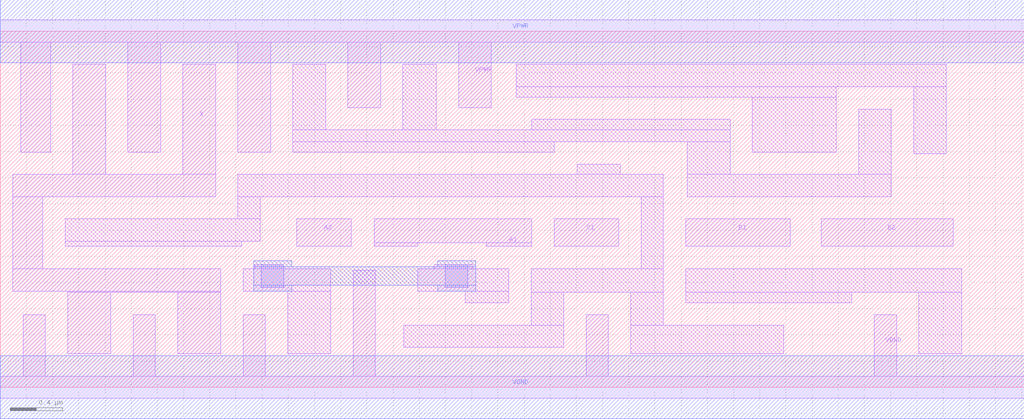
<source format=lef>
# Copyright 2020 The SkyWater PDK Authors
#
# Licensed under the Apache License, Version 2.0 (the "License");
# you may not use this file except in compliance with the License.
# You may obtain a copy of the License at
#
#     https://www.apache.org/licenses/LICENSE-2.0
#
# Unless required by applicable law or agreed to in writing, software
# distributed under the License is distributed on an "AS IS" BASIS,
# WITHOUT WARRANTIES OR CONDITIONS OF ANY KIND, either express or implied.
# See the License for the specific language governing permissions and
# limitations under the License.
#
# SPDX-License-Identifier: Apache-2.0

VERSION 5.5 ;
NAMESCASESENSITIVE ON ;
BUSBITCHARS "[]" ;
DIVIDERCHAR "/" ;
MACRO sky130_fd_sc_hd__a221o_4
  CLASS CORE ;
  SOURCE USER ;
  ORIGIN  0.000000  0.000000 ;
  SIZE  7.820000 BY  2.720000 ;
  SYMMETRY X Y R90 ;
  SITE unithd ;
  PIN A1
    ANTENNAGATEAREA  0.495000 ;
    DIRECTION INPUT ;
    USE SIGNAL ;
    PORT
      LAYER li1 ;
        RECT 2.855000 1.075000 3.190000 1.105000 ;
        RECT 2.855000 1.105000 4.060000 1.285000 ;
        RECT 3.710000 1.075000 4.060000 1.105000 ;
    END
  END A1
  PIN A2
    ANTENNAGATEAREA  0.495000 ;
    DIRECTION INPUT ;
    USE SIGNAL ;
    PORT
      LAYER li1 ;
        RECT 2.265000 1.075000 2.680000 1.285000 ;
    END
  END A2
  PIN B1
    ANTENNAGATEAREA  0.495000 ;
    DIRECTION INPUT ;
    USE SIGNAL ;
    PORT
      LAYER li1 ;
        RECT 5.235000 1.075000 6.035000 1.285000 ;
    END
  END B1
  PIN B2
    ANTENNAGATEAREA  0.495000 ;
    DIRECTION INPUT ;
    USE SIGNAL ;
    PORT
      LAYER li1 ;
        RECT 6.270000 1.075000 7.280000 1.285000 ;
    END
  END B2
  PIN C1
    ANTENNAGATEAREA  0.495000 ;
    DIRECTION INPUT ;
    USE SIGNAL ;
    PORT
      LAYER li1 ;
        RECT 4.230000 1.075000 4.725000 1.285000 ;
    END
  END C1
  PIN X
    ANTENNADIFFAREA  0.891000 ;
    DIRECTION OUTPUT ;
    USE SIGNAL ;
    PORT
      LAYER li1 ;
        RECT 0.095000 0.735000 1.685000 0.905000 ;
        RECT 0.095000 0.905000 0.325000 1.455000 ;
        RECT 0.095000 1.455000 1.645000 1.625000 ;
        RECT 0.515000 0.255000 0.845000 0.725000 ;
        RECT 0.515000 0.725000 1.685000 0.735000 ;
        RECT 0.555000 1.625000 0.805000 2.465000 ;
        RECT 1.355000 0.255000 1.685000 0.725000 ;
        RECT 1.395000 1.625000 1.645000 2.465000 ;
    END
  END X
  PIN VGND
    DIRECTION INOUT ;
    SHAPE ABUTMENT ;
    USE GROUND ;
    PORT
      LAYER li1 ;
        RECT 0.000000 -0.085000 7.820000 0.085000 ;
        RECT 0.175000  0.085000 0.345000 0.555000 ;
        RECT 1.015000  0.085000 1.185000 0.555000 ;
        RECT 1.855000  0.085000 2.025000 0.555000 ;
        RECT 2.695000  0.085000 2.865000 0.895000 ;
        RECT 4.475000  0.085000 4.645000 0.555000 ;
        RECT 6.675000  0.085000 6.845000 0.555000 ;
    END
    PORT
      LAYER met1 ;
        RECT 0.000000 -0.240000 7.820000 0.240000 ;
    END
  END VGND
  PIN VPWR
    DIRECTION INOUT ;
    SHAPE ABUTMENT ;
    USE POWER ;
    PORT
      LAYER li1 ;
        RECT 0.000000 2.635000 7.820000 2.805000 ;
        RECT 0.155000 1.795000 0.385000 2.635000 ;
        RECT 0.975000 1.795000 1.225000 2.635000 ;
        RECT 1.815000 1.795000 2.065000 2.635000 ;
        RECT 2.655000 2.135000 2.905000 2.635000 ;
        RECT 3.500000 2.135000 3.750000 2.635000 ;
    END
    PORT
      LAYER met1 ;
        RECT 0.000000 2.480000 7.820000 2.960000 ;
    END
  END VPWR
  OBS
    LAYER li1 ;
      RECT 0.495000 1.075000 1.845000 1.115000 ;
      RECT 0.495000 1.115000 1.985000 1.285000 ;
      RECT 1.815000 1.285000 1.985000 1.455000 ;
      RECT 1.815000 1.455000 5.065000 1.625000 ;
      RECT 1.855000 0.735000 2.525000 0.905000 ;
      RECT 1.945000 0.905000 2.165000 0.935000 ;
      RECT 2.195000 0.255000 2.525000 0.735000 ;
      RECT 2.235000 1.795000 4.230000 1.875000 ;
      RECT 2.235000 1.875000 5.575000 1.965000 ;
      RECT 2.235000 1.965000 2.485000 2.465000 ;
      RECT 3.075000 1.965000 3.330000 2.465000 ;
      RECT 3.080000 0.305000 4.305000 0.475000 ;
      RECT 3.190000 0.735000 3.885000 0.905000 ;
      RECT 3.315000 0.905000 3.610000 0.935000 ;
      RECT 3.550000 0.645000 3.885000 0.735000 ;
      RECT 3.940000 2.215000 6.385000 2.295000 ;
      RECT 3.940000 2.295000 7.225000 2.465000 ;
      RECT 4.055000 0.475000 4.305000 0.725000 ;
      RECT 4.055000 0.725000 5.065000 0.905000 ;
      RECT 4.060000 1.965000 5.575000 2.045000 ;
      RECT 4.405000 1.625000 4.735000 1.705000 ;
      RECT 4.815000 0.255000 5.985000 0.475000 ;
      RECT 4.815000 0.475000 5.065000 0.725000 ;
      RECT 4.895000 0.905000 5.065000 1.455000 ;
      RECT 5.235000 0.645000 6.505000 0.725000 ;
      RECT 5.235000 0.725000 7.345000 0.905000 ;
      RECT 5.245000 1.455000 6.805000 1.625000 ;
      RECT 5.245000 1.625000 5.575000 1.875000 ;
      RECT 5.745000 1.795000 6.385000 2.215000 ;
      RECT 6.555000 1.625000 6.805000 2.125000 ;
      RECT 6.975000 1.785000 7.225000 2.295000 ;
      RECT 7.015000 0.255000 7.345000 0.725000 ;
    LAYER mcon ;
      RECT 1.995000 0.765000 2.165000 0.935000 ;
      RECT 3.400000 0.765000 3.570000 0.935000 ;
    LAYER met1 ;
      RECT 1.935000 0.735000 2.225000 0.780000 ;
      RECT 1.935000 0.780000 3.630000 0.920000 ;
      RECT 1.935000 0.920000 2.225000 0.965000 ;
      RECT 3.340000 0.735000 3.630000 0.780000 ;
      RECT 3.340000 0.920000 3.630000 0.965000 ;
  END
END sky130_fd_sc_hd__a221o_4

</source>
